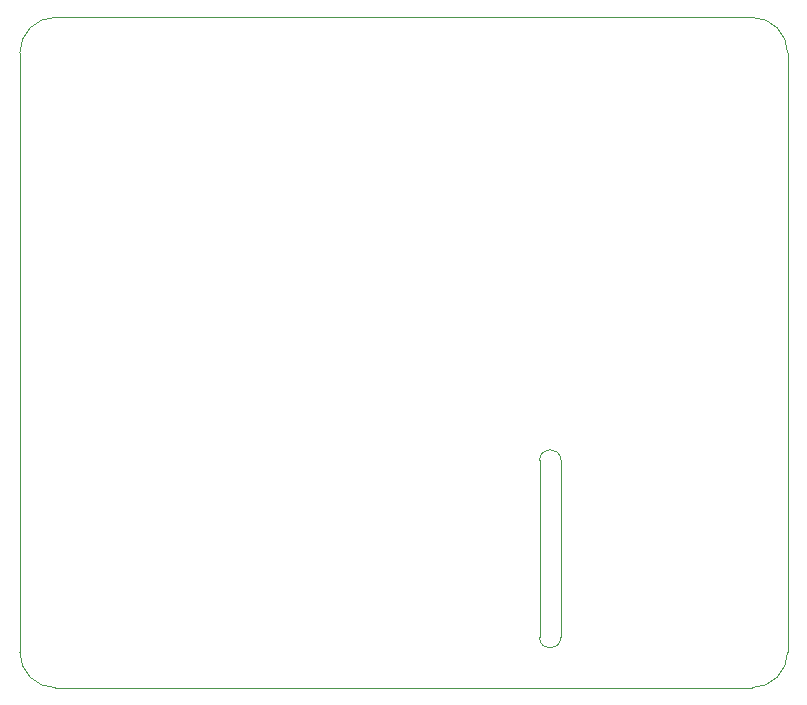
<source format=gbr>
G04 #@! TF.GenerationSoftware,KiCad,Pcbnew,(5.1.5)-3*
G04 #@! TF.CreationDate,2021-12-30T11:40:28+01:00*
G04 #@! TF.ProjectId,mPCIe_HAT,6d504349-655f-4484-9154-2e6b69636164,rev?*
G04 #@! TF.SameCoordinates,PX7094cd0PY79a4230*
G04 #@! TF.FileFunction,Profile,NP*
%FSLAX46Y46*%
G04 Gerber Fmt 4.6, Leading zero omitted, Abs format (unit mm)*
G04 Created by KiCad (PCBNEW (5.1.5)-3) date 2021-12-30 11:40:28*
%MOMM*%
%LPD*%
G04 APERTURE LIST*
%ADD10C,0.100000*%
G04 APERTURE END LIST*
D10*
X3000000Y-250000D02*
X62000000Y-250000D01*
X0Y53500000D02*
X0Y2750000D01*
X65000000Y53500000D02*
G75*
G03X62000000Y56500000I-3000000J0D01*
G01*
X0Y2750000D02*
G75*
G03X3000000Y-250000I3000000J0D01*
G01*
X45800000Y19000000D02*
G75*
G03X44000000Y19000000I-900000J0D01*
G01*
X45800000Y19000000D02*
X45800000Y4000000D01*
X3000000Y56500000D02*
G75*
G03X0Y53500000I0J-3000000D01*
G01*
X65000000Y53500000D02*
X65000000Y2750000D01*
X44000000Y19000000D02*
X44000000Y4000000D01*
X3000000Y56500000D02*
X62000000Y56500000D01*
X45800000Y4000000D02*
G75*
G02X44000000Y4000000I-900000J0D01*
G01*
X62000000Y-250000D02*
G75*
G03X65000000Y2750000I0J3000000D01*
G01*
M02*

</source>
